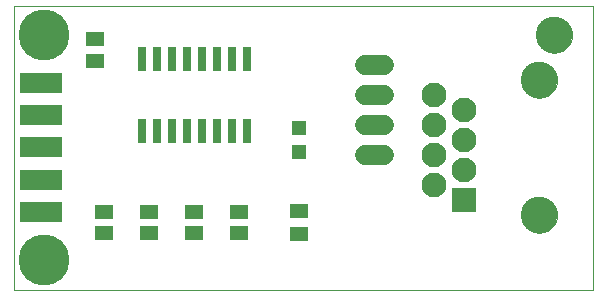
<source format=gts>
G75*
%MOIN*%
%OFA0B0*%
%FSLAX24Y24*%
%IPPOS*%
%LPD*%
%AMOC8*
5,1,8,0,0,1.08239X$1,22.5*
%
%ADD10C,0.0000*%
%ADD11C,0.1221*%
%ADD12R,0.0300X0.0840*%
%ADD13R,0.0611X0.0493*%
%ADD14R,0.0591X0.0453*%
%ADD15R,0.0512X0.0512*%
%ADD16C,0.0827*%
%ADD17R,0.0827X0.0827*%
%ADD18R,0.1418X0.0709*%
%ADD19C,0.0680*%
%ADD20C,0.1700*%
D10*
X004680Y002050D02*
X004680Y011499D01*
X023971Y011499D01*
X023971Y002050D01*
X004680Y002050D01*
X021589Y004550D02*
X021591Y004598D01*
X021597Y004646D01*
X021607Y004693D01*
X021620Y004739D01*
X021638Y004784D01*
X021658Y004828D01*
X021683Y004870D01*
X021711Y004909D01*
X021741Y004946D01*
X021775Y004980D01*
X021812Y005012D01*
X021850Y005041D01*
X021891Y005066D01*
X021934Y005088D01*
X021979Y005106D01*
X022025Y005120D01*
X022072Y005131D01*
X022120Y005138D01*
X022168Y005141D01*
X022216Y005140D01*
X022264Y005135D01*
X022312Y005126D01*
X022358Y005114D01*
X022403Y005097D01*
X022447Y005077D01*
X022489Y005054D01*
X022529Y005027D01*
X022567Y004997D01*
X022602Y004964D01*
X022634Y004928D01*
X022664Y004890D01*
X022690Y004849D01*
X022712Y004806D01*
X022732Y004762D01*
X022747Y004717D01*
X022759Y004670D01*
X022767Y004622D01*
X022771Y004574D01*
X022771Y004526D01*
X022767Y004478D01*
X022759Y004430D01*
X022747Y004383D01*
X022732Y004338D01*
X022712Y004294D01*
X022690Y004251D01*
X022664Y004210D01*
X022634Y004172D01*
X022602Y004136D01*
X022567Y004103D01*
X022529Y004073D01*
X022489Y004046D01*
X022447Y004023D01*
X022403Y004003D01*
X022358Y003986D01*
X022312Y003974D01*
X022264Y003965D01*
X022216Y003960D01*
X022168Y003959D01*
X022120Y003962D01*
X022072Y003969D01*
X022025Y003980D01*
X021979Y003994D01*
X021934Y004012D01*
X021891Y004034D01*
X021850Y004059D01*
X021812Y004088D01*
X021775Y004120D01*
X021741Y004154D01*
X021711Y004191D01*
X021683Y004230D01*
X021658Y004272D01*
X021638Y004316D01*
X021620Y004361D01*
X021607Y004407D01*
X021597Y004454D01*
X021591Y004502D01*
X021589Y004550D01*
X021589Y009050D02*
X021591Y009098D01*
X021597Y009146D01*
X021607Y009193D01*
X021620Y009239D01*
X021638Y009284D01*
X021658Y009328D01*
X021683Y009370D01*
X021711Y009409D01*
X021741Y009446D01*
X021775Y009480D01*
X021812Y009512D01*
X021850Y009541D01*
X021891Y009566D01*
X021934Y009588D01*
X021979Y009606D01*
X022025Y009620D01*
X022072Y009631D01*
X022120Y009638D01*
X022168Y009641D01*
X022216Y009640D01*
X022264Y009635D01*
X022312Y009626D01*
X022358Y009614D01*
X022403Y009597D01*
X022447Y009577D01*
X022489Y009554D01*
X022529Y009527D01*
X022567Y009497D01*
X022602Y009464D01*
X022634Y009428D01*
X022664Y009390D01*
X022690Y009349D01*
X022712Y009306D01*
X022732Y009262D01*
X022747Y009217D01*
X022759Y009170D01*
X022767Y009122D01*
X022771Y009074D01*
X022771Y009026D01*
X022767Y008978D01*
X022759Y008930D01*
X022747Y008883D01*
X022732Y008838D01*
X022712Y008794D01*
X022690Y008751D01*
X022664Y008710D01*
X022634Y008672D01*
X022602Y008636D01*
X022567Y008603D01*
X022529Y008573D01*
X022489Y008546D01*
X022447Y008523D01*
X022403Y008503D01*
X022358Y008486D01*
X022312Y008474D01*
X022264Y008465D01*
X022216Y008460D01*
X022168Y008459D01*
X022120Y008462D01*
X022072Y008469D01*
X022025Y008480D01*
X021979Y008494D01*
X021934Y008512D01*
X021891Y008534D01*
X021850Y008559D01*
X021812Y008588D01*
X021775Y008620D01*
X021741Y008654D01*
X021711Y008691D01*
X021683Y008730D01*
X021658Y008772D01*
X021638Y008816D01*
X021620Y008861D01*
X021607Y008907D01*
X021597Y008954D01*
X021591Y009002D01*
X021589Y009050D01*
X022089Y010550D02*
X022091Y010598D01*
X022097Y010646D01*
X022107Y010693D01*
X022120Y010739D01*
X022138Y010784D01*
X022158Y010828D01*
X022183Y010870D01*
X022211Y010909D01*
X022241Y010946D01*
X022275Y010980D01*
X022312Y011012D01*
X022350Y011041D01*
X022391Y011066D01*
X022434Y011088D01*
X022479Y011106D01*
X022525Y011120D01*
X022572Y011131D01*
X022620Y011138D01*
X022668Y011141D01*
X022716Y011140D01*
X022764Y011135D01*
X022812Y011126D01*
X022858Y011114D01*
X022903Y011097D01*
X022947Y011077D01*
X022989Y011054D01*
X023029Y011027D01*
X023067Y010997D01*
X023102Y010964D01*
X023134Y010928D01*
X023164Y010890D01*
X023190Y010849D01*
X023212Y010806D01*
X023232Y010762D01*
X023247Y010717D01*
X023259Y010670D01*
X023267Y010622D01*
X023271Y010574D01*
X023271Y010526D01*
X023267Y010478D01*
X023259Y010430D01*
X023247Y010383D01*
X023232Y010338D01*
X023212Y010294D01*
X023190Y010251D01*
X023164Y010210D01*
X023134Y010172D01*
X023102Y010136D01*
X023067Y010103D01*
X023029Y010073D01*
X022989Y010046D01*
X022947Y010023D01*
X022903Y010003D01*
X022858Y009986D01*
X022812Y009974D01*
X022764Y009965D01*
X022716Y009960D01*
X022668Y009959D01*
X022620Y009962D01*
X022572Y009969D01*
X022525Y009980D01*
X022479Y009994D01*
X022434Y010012D01*
X022391Y010034D01*
X022350Y010059D01*
X022312Y010088D01*
X022275Y010120D01*
X022241Y010154D01*
X022211Y010191D01*
X022183Y010230D01*
X022158Y010272D01*
X022138Y010316D01*
X022120Y010361D01*
X022107Y010407D01*
X022097Y010454D01*
X022091Y010502D01*
X022089Y010550D01*
D11*
X022680Y010550D03*
X022180Y009050D03*
X022180Y004550D03*
D12*
X012430Y007340D03*
X011930Y007340D03*
X011430Y007340D03*
X010930Y007340D03*
X010430Y007340D03*
X009930Y007340D03*
X009430Y007340D03*
X008930Y007340D03*
X008930Y009760D03*
X009430Y009760D03*
X009930Y009760D03*
X010430Y009760D03*
X010930Y009760D03*
X011430Y009760D03*
X011930Y009760D03*
X012430Y009760D03*
D13*
X007380Y009696D03*
X007380Y010404D03*
X007680Y004654D03*
X007680Y003946D03*
X009180Y003946D03*
X009180Y004654D03*
X010680Y004654D03*
X010680Y003946D03*
X012180Y003946D03*
X012180Y004654D03*
D14*
X014180Y004674D03*
X014180Y003926D03*
D15*
X014180Y006637D03*
X014180Y007463D03*
D16*
X018680Y007550D03*
X019680Y007050D03*
X018680Y006550D03*
X019680Y006050D03*
X018680Y005550D03*
X019680Y008050D03*
X018680Y008550D03*
D17*
X019680Y005050D03*
D18*
X005560Y004640D03*
X005560Y005720D03*
X005560Y006800D03*
X005560Y007880D03*
X005560Y008960D03*
D19*
X016360Y008550D02*
X017000Y008550D01*
X017000Y007550D02*
X016360Y007550D01*
X016360Y006550D02*
X017000Y006550D01*
X017000Y009550D02*
X016360Y009550D01*
D20*
X005680Y010550D03*
X005680Y003050D03*
M02*

</source>
